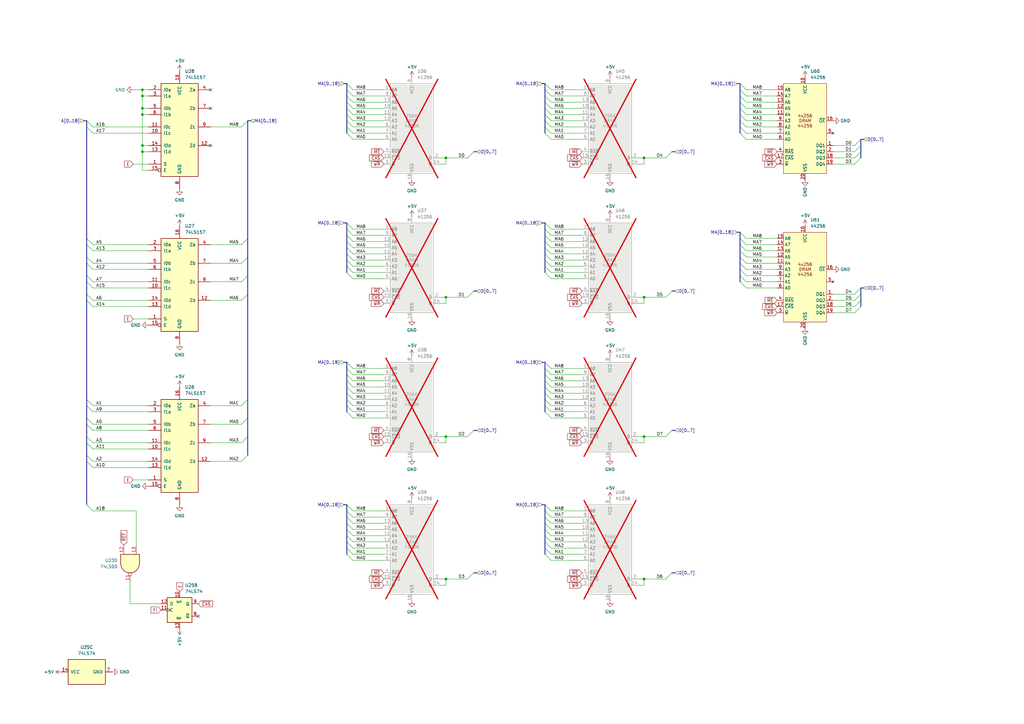
<source format=kicad_sch>
(kicad_sch (version 20231120) (generator "eeschema") (generator_version "8.0")
  (paper "A3")
  (junction (at 58.42 36.83))
  (junction (at 58.42 44.45))
  (junction (at 182.88 237.49))
  (junction (at 182.88 121.92))
  (junction (at 58.42 46.99))
  (junction (at 58.42 62.23))
  (junction (at 264.16 179.07))
  (junction (at 58.42 39.37))
  (junction (at 264.16 237.49))
  (junction (at 182.88 179.07))
  (junction (at 182.88 64.77))
  (junction (at 264.16 121.92))
  (junction (at 264.16 64.77))
  (junction (at 58.42 59.69))
  (no_connect (at 86.36 36.83))
  (no_connect (at 81.28 252.73))
  (no_connect (at 86.36 59.69))
  (no_connect (at 86.36 44.45))
  (bus_entry (at 144.78 109.22) (size -2.54 -2.54))
  (bus_entry (at 226.06 36.83) (size -2.54 -2.54))
  (bus_entry (at 226.06 106.68) (size -2.54 -2.54))
  (bus_entry (at 144.78 227.33) (size -2.54 -2.54))
  (bus_entry (at 144.78 46.99) (size -2.54 -2.54))
  (bus_entry (at 144.78 114.3) (size -2.54 -2.54))
  (bus_entry (at 273.05 64.77) (size 2.54 -2.54))
  (bus_entry (at 226.06 44.45) (size -2.54 -2.54))
  (bus_entry (at 144.78 36.83) (size -2.54 -2.54))
  (bus_entry (at 226.06 163.83) (size -2.54 -2.54))
  (bus_entry (at 99.06 181.61) (size 2.54 -2.54))
  (bus_entry (at 191.77 64.77) (size 2.54 -2.54))
  (bus_entry (at 144.78 52.07) (size -2.54 -2.54))
  (bus_entry (at 306.07 44.45) (size -2.54 -2.54))
  (bus_entry (at 144.78 168.91) (size -2.54 -2.54))
  (bus_entry (at 35.56 100.33) (size 2.54 2.54))
  (bus_entry (at 144.78 151.13) (size -2.54 -2.54))
  (bus_entry (at 144.78 222.25) (size -2.54 -2.54))
  (bus_entry (at 99.06 107.95) (size 2.54 -2.54))
  (bus_entry (at 226.06 171.45) (size -2.54 -2.54))
  (bus_entry (at 144.78 166.37) (size -2.54 -2.54))
  (bus_entry (at 144.78 54.61) (size -2.54 -2.54))
  (bus_entry (at 35.56 207.01) (size 2.54 2.54))
  (bus_entry (at 226.06 54.61) (size -2.54 -2.54))
  (bus_entry (at 306.07 113.03) (size -2.54 -2.54))
  (bus_entry (at 226.06 224.79) (size -2.54 -2.54))
  (bus_entry (at 226.06 222.25) (size -2.54 -2.54))
  (bus_entry (at 306.07 110.49) (size -2.54 -2.54))
  (bus_entry (at 273.05 121.92) (size 2.54 -2.54))
  (bus_entry (at 144.78 104.14) (size -2.54 -2.54))
  (bus_entry (at 306.07 115.57) (size -2.54 -2.54))
  (bus_entry (at 99.06 100.33) (size 2.54 -2.54))
  (bus_entry (at 99.06 189.23) (size 2.54 -2.54))
  (bus_entry (at 306.07 39.37) (size -2.54 -2.54))
  (bus_entry (at 350.52 120.65) (size 2.54 -2.54))
  (bus_entry (at 35.56 181.61) (size 2.54 2.54))
  (bus_entry (at 306.07 105.41) (size -2.54 -2.54))
  (bus_entry (at 35.56 173.99) (size 2.54 2.54))
  (bus_entry (at 226.06 104.14) (size -2.54 -2.54))
  (bus_entry (at 226.06 168.91) (size -2.54 -2.54))
  (bus_entry (at 226.06 209.55) (size -2.54 -2.54))
  (bus_entry (at 226.06 109.22) (size -2.54 -2.54))
  (bus_entry (at 144.78 161.29) (size -2.54 -2.54))
  (bus_entry (at 350.52 125.73) (size 2.54 -2.54))
  (bus_entry (at 191.77 121.92) (size 2.54 -2.54))
  (bus_entry (at 226.06 39.37) (size -2.54 -2.54))
  (bus_entry (at 226.06 96.52) (size -2.54 -2.54))
  (bus_entry (at 144.78 217.17) (size -2.54 -2.54))
  (bus_entry (at 226.06 46.99) (size -2.54 -2.54))
  (bus_entry (at 144.78 158.75) (size -2.54 -2.54))
  (bus_entry (at 306.07 97.79) (size -2.54 -2.54))
  (bus_entry (at 35.56 49.53) (size 2.54 2.54))
  (bus_entry (at 306.07 41.91) (size -2.54 -2.54))
  (bus_entry (at 350.52 128.27) (size 2.54 -2.54))
  (bus_entry (at 35.56 120.65) (size 2.54 2.54))
  (bus_entry (at 144.78 93.98) (size -2.54 -2.54))
  (bus_entry (at 144.78 106.68) (size -2.54 -2.54))
  (bus_entry (at 99.06 123.19) (size 2.54 -2.54))
  (bus_entry (at 144.78 163.83) (size -2.54 -2.54))
  (bus_entry (at 226.06 114.3) (size -2.54 -2.54))
  (bus_entry (at 226.06 219.71) (size -2.54 -2.54))
  (bus_entry (at 144.78 214.63) (size -2.54 -2.54))
  (bus_entry (at 144.78 219.71) (size -2.54 -2.54))
  (bus_entry (at 35.56 97.79) (size 2.54 2.54))
  (bus_entry (at 191.77 179.07) (size 2.54 -2.54))
  (bus_entry (at 226.06 99.06) (size -2.54 -2.54))
  (bus_entry (at 99.06 166.37) (size 2.54 -2.54))
  (bus_entry (at 306.07 52.07) (size -2.54 -2.54))
  (bus_entry (at 35.56 105.41) (size 2.54 2.54))
  (bus_entry (at 35.56 166.37) (size 2.54 2.54))
  (bus_entry (at 226.06 156.21) (size -2.54 -2.54))
  (bus_entry (at 226.06 111.76) (size -2.54 -2.54))
  (bus_entry (at 226.06 153.67) (size -2.54 -2.54))
  (bus_entry (at 35.56 163.83) (size 2.54 2.54))
  (bus_entry (at 99.06 173.99) (size 2.54 -2.54))
  (bus_entry (at 35.56 186.69) (size 2.54 2.54))
  (bus_entry (at 35.56 107.95) (size 2.54 2.54))
  (bus_entry (at 350.52 67.31) (size 2.54 -2.54))
  (bus_entry (at 306.07 107.95) (size -2.54 -2.54))
  (bus_entry (at 191.77 237.49) (size 2.54 -2.54))
  (bus_entry (at 144.78 209.55) (size -2.54 -2.54))
  (bus_entry (at 226.06 229.87) (size -2.54 -2.54))
  (bus_entry (at 35.56 189.23) (size 2.54 2.54))
  (bus_entry (at 306.07 57.15) (size -2.54 -2.54))
  (bus_entry (at 144.78 212.09) (size -2.54 -2.54))
  (bus_entry (at 99.06 52.07) (size 2.54 -2.54))
  (bus_entry (at 226.06 93.98) (size -2.54 -2.54))
  (bus_entry (at 144.78 156.21) (size -2.54 -2.54))
  (bus_entry (at 99.06 115.57) (size 2.54 -2.54))
  (bus_entry (at 226.06 57.15) (size -2.54 -2.54))
  (bus_entry (at 350.52 123.19) (size 2.54 -2.54))
  (bus_entry (at 350.52 64.77) (size 2.54 -2.54))
  (bus_entry (at 226.06 227.33) (size -2.54 -2.54))
  (bus_entry (at 144.78 224.79) (size -2.54 -2.54))
  (bus_entry (at 306.07 46.99) (size -2.54 -2.54))
  (bus_entry (at 35.56 171.45) (size 2.54 2.54))
  (bus_entry (at 350.52 62.23) (size 2.54 -2.54))
  (bus_entry (at 226.06 52.07) (size -2.54 -2.54))
  (bus_entry (at 144.78 41.91) (size -2.54 -2.54))
  (bus_entry (at 306.07 118.11) (size -2.54 -2.54))
  (bus_entry (at 144.78 39.37) (size -2.54 -2.54))
  (bus_entry (at 226.06 212.09) (size -2.54 -2.54))
  (bus_entry (at 273.05 179.07) (size 2.54 -2.54))
  (bus_entry (at 226.06 217.17) (size -2.54 -2.54))
  (bus_entry (at 350.52 59.69) (size 2.54 -2.54))
  (bus_entry (at 35.56 179.07) (size 2.54 2.54))
  (bus_entry (at 35.56 123.19) (size 2.54 2.54))
  (bus_entry (at 144.78 229.87) (size -2.54 -2.54))
  (bus_entry (at 226.06 161.29) (size -2.54 -2.54))
  (bus_entry (at 35.56 52.07) (size 2.54 2.54))
  (bus_entry (at 226.06 214.63) (size -2.54 -2.54))
  (bus_entry (at 144.78 57.15) (size -2.54 -2.54))
  (bus_entry (at 226.06 151.13) (size -2.54 -2.54))
  (bus_entry (at 226.06 158.75) (size -2.54 -2.54))
  (bus_entry (at 35.56 113.03) (size 2.54 2.54))
  (bus_entry (at 35.56 115.57) (size 2.54 2.54))
  (bus_entry (at 144.78 49.53) (size -2.54 -2.54))
  (bus_entry (at 144.78 153.67) (size -2.54 -2.54))
  (bus_entry (at 306.07 54.61) (size -2.54 -2.54))
  (bus_entry (at 226.06 166.37) (size -2.54 -2.54))
  (bus_entry (at 226.06 41.91) (size -2.54 -2.54))
  (bus_entry (at 306.07 36.83) (size -2.54 -2.54))
  (bus_entry (at 144.78 99.06) (size -2.54 -2.54))
  (bus_entry (at 144.78 111.76) (size -2.54 -2.54))
  (bus_entry (at 144.78 101.6) (size -2.54 -2.54))
  (bus_entry (at 144.78 96.52) (size -2.54 -2.54))
  (bus_entry (at 144.78 44.45) (size -2.54 -2.54))
  (bus_entry (at 144.78 171.45) (size -2.54 -2.54))
  (bus_entry (at 306.07 102.87) (size -2.54 -2.54))
  (bus_entry (at 306.07 49.53) (size -2.54 -2.54))
  (bus_entry (at 273.05 237.49) (size 2.54 -2.54))
  (bus_entry (at 226.06 49.53) (size -2.54 -2.54))
  (bus_entry (at 306.07 100.33) (size -2.54 -2.54))
  (bus_entry (at 226.06 101.6) (size -2.54 -2.54))
  (wire (pts (xy 261.62 121.92) (xy 264.16 121.92)))
  (bus (pts (xy 35.56 120.65) (xy 35.56 123.19)))
  (wire (pts (xy 318.77 39.37) (xy 306.07 39.37)))
  (wire (pts (xy 86.36 52.07) (xy 99.06 52.07)))
  (wire (pts (xy 238.76 41.91) (xy 226.06 41.91)))
  (wire (pts (xy 60.96 69.85) (xy 58.42 69.85)))
  (bus (pts (xy 142.24 104.14) (xy 142.24 106.68)))
  (bus (pts (xy 35.56 123.19) (xy 35.56 163.83)))
  (wire (pts (xy 264.16 67.31) (xy 264.16 64.77)))
  (bus (pts (xy 142.24 209.55) (xy 142.24 212.09)))
  (wire (pts (xy 58.42 44.45) (xy 58.42 39.37)))
  (wire (pts (xy 182.88 179.07) (xy 191.77 179.07)))
  (wire (pts (xy 58.42 46.99) (xy 60.96 46.99)))
  (bus (pts (xy 303.53 49.53) (xy 303.53 52.07)))
  (wire (pts (xy 318.77 102.87) (xy 306.07 102.87)))
  (bus (pts (xy 142.24 91.44) (xy 142.24 93.98)))
  (bus (pts (xy 353.06 123.19) (xy 353.06 125.73)))
  (wire (pts (xy 157.48 57.15) (xy 144.78 57.15)))
  (wire (pts (xy 38.1 100.33) (xy 60.96 100.33)))
  (wire (pts (xy 157.48 111.76) (xy 144.78 111.76)))
  (wire (pts (xy 341.63 120.65) (xy 350.52 120.65)))
  (bus (pts (xy 142.24 39.37) (xy 142.24 41.91)))
  (bus (pts (xy 303.53 39.37) (xy 303.53 41.91)))
  (wire (pts (xy 318.77 110.49) (xy 306.07 110.49)))
  (wire (pts (xy 157.48 93.98) (xy 144.78 93.98)))
  (bus (pts (xy 223.52 151.13) (xy 223.52 153.67)))
  (bus (pts (xy 142.24 101.6) (xy 142.24 104.14)))
  (wire (pts (xy 341.63 59.69) (xy 350.52 59.69)))
  (wire (pts (xy 38.1 191.77) (xy 60.96 191.77)))
  (bus (pts (xy 303.53 100.33) (xy 303.53 102.87)))
  (wire (pts (xy 318.77 52.07) (xy 306.07 52.07)))
  (wire (pts (xy 157.48 163.83) (xy 144.78 163.83)))
  (bus (pts (xy 222.25 207.01) (xy 223.52 207.01)))
  (wire (pts (xy 238.76 214.63) (xy 226.06 214.63)))
  (wire (pts (xy 238.76 46.99) (xy 226.06 46.99)))
  (bus (pts (xy 223.52 214.63) (xy 223.52 217.17)))
  (wire (pts (xy 238.76 106.68) (xy 226.06 106.68)))
  (bus (pts (xy 35.56 115.57) (xy 35.56 120.65)))
  (bus (pts (xy 35.56 181.61) (xy 35.56 186.69)))
  (wire (pts (xy 157.48 44.45) (xy 144.78 44.45)))
  (wire (pts (xy 54.61 196.85) (xy 60.96 196.85)))
  (bus (pts (xy 35.56 105.41) (xy 35.56 107.95)))
  (wire (pts (xy 238.76 217.17) (xy 226.06 217.17)))
  (bus (pts (xy 353.06 57.15) (xy 354.33 57.15)))
  (wire (pts (xy 157.48 217.17) (xy 144.78 217.17)))
  (bus (pts (xy 35.56 113.03) (xy 35.56 115.57)))
  (bus (pts (xy 101.6 113.03) (xy 101.6 120.65)))
  (bus (pts (xy 303.53 34.29) (xy 303.53 36.83)))
  (wire (pts (xy 238.76 57.15) (xy 226.06 57.15)))
  (bus (pts (xy 223.52 96.52) (xy 223.52 99.06)))
  (wire (pts (xy 157.48 101.6) (xy 144.78 101.6)))
  (wire (pts (xy 318.77 36.83) (xy 306.07 36.83)))
  (wire (pts (xy 38.1 209.55) (xy 55.88 209.55)))
  (bus (pts (xy 142.24 207.01) (xy 142.24 209.55)))
  (wire (pts (xy 86.36 173.99) (xy 99.06 173.99)))
  (wire (pts (xy 238.76 44.45) (xy 226.06 44.45)))
  (wire (pts (xy 180.34 179.07) (xy 182.88 179.07)))
  (wire (pts (xy 261.62 179.07) (xy 264.16 179.07)))
  (bus (pts (xy 223.52 109.22) (xy 223.52 111.76)))
  (wire (pts (xy 55.88 209.55) (xy 55.88 223.52)))
  (bus (pts (xy 303.53 41.91) (xy 303.53 44.45)))
  (wire (pts (xy 58.42 59.69) (xy 60.96 59.69)))
  (bus (pts (xy 223.52 46.99) (xy 223.52 49.53)))
  (bus (pts (xy 142.24 44.45) (xy 142.24 46.99)))
  (bus (pts (xy 101.6 171.45) (xy 101.6 179.07)))
  (wire (pts (xy 157.48 151.13) (xy 144.78 151.13)))
  (bus (pts (xy 194.31 119.38) (xy 195.58 119.38)))
  (wire (pts (xy 238.76 168.91) (xy 226.06 168.91)))
  (wire (pts (xy 38.1 176.53) (xy 60.96 176.53)))
  (wire (pts (xy 58.42 39.37) (xy 60.96 39.37)))
  (bus (pts (xy 35.56 186.69) (xy 35.56 189.23)))
  (wire (pts (xy 86.36 166.37) (xy 99.06 166.37)))
  (wire (pts (xy 38.1 125.73) (xy 60.96 125.73)))
  (wire (pts (xy 341.63 123.19) (xy 350.52 123.19)))
  (wire (pts (xy 182.88 124.46) (xy 182.88 121.92)))
  (wire (pts (xy 318.77 49.53) (xy 306.07 49.53)))
  (wire (pts (xy 318.77 97.79) (xy 306.07 97.79)))
  (bus (pts (xy 35.56 49.53) (xy 35.56 52.07)))
  (wire (pts (xy 38.1 168.91) (xy 60.96 168.91)))
  (bus (pts (xy 223.52 217.17) (xy 223.52 219.71)))
  (wire (pts (xy 38.1 102.87) (xy 60.96 102.87)))
  (wire (pts (xy 182.88 237.49) (xy 191.77 237.49)))
  (bus (pts (xy 223.52 99.06) (xy 223.52 101.6)))
  (wire (pts (xy 261.62 181.61) (xy 264.16 181.61)))
  (wire (pts (xy 58.42 62.23) (xy 58.42 59.69)))
  (wire (pts (xy 54.61 130.81) (xy 60.96 130.81)))
  (bus (pts (xy 223.52 166.37) (xy 223.52 168.91)))
  (wire (pts (xy 157.48 229.87) (xy 144.78 229.87)))
  (bus (pts (xy 101.6 179.07) (xy 101.6 186.69)))
  (wire (pts (xy 238.76 166.37) (xy 226.06 166.37)))
  (wire (pts (xy 86.36 115.57) (xy 99.06 115.57)))
  (bus (pts (xy 353.06 57.15) (xy 353.06 59.69)))
  (bus (pts (xy 35.56 179.07) (xy 35.56 181.61)))
  (bus (pts (xy 142.24 52.07) (xy 142.24 54.61)))
  (wire (pts (xy 180.34 121.92) (xy 182.88 121.92)))
  (wire (pts (xy 157.48 161.29) (xy 144.78 161.29)))
  (wire (pts (xy 182.88 181.61) (xy 182.88 179.07)))
  (bus (pts (xy 142.24 163.83) (xy 142.24 166.37)))
  (bus (pts (xy 142.24 217.17) (xy 142.24 219.71)))
  (bus (pts (xy 223.52 209.55) (xy 223.52 212.09)))
  (bus (pts (xy 223.52 153.67) (xy 223.52 156.21)))
  (wire (pts (xy 180.34 64.77) (xy 182.88 64.77)))
  (bus (pts (xy 353.06 62.23) (xy 353.06 64.77)))
  (wire (pts (xy 238.76 161.29) (xy 226.06 161.29)))
  (wire (pts (xy 58.42 36.83) (xy 60.96 36.83)))
  (bus (pts (xy 142.24 166.37) (xy 142.24 168.91)))
  (wire (pts (xy 238.76 229.87) (xy 226.06 229.87)))
  (bus (pts (xy 101.6 105.41) (xy 101.6 113.03)))
  (bus (pts (xy 275.59 62.23) (xy 276.86 62.23)))
  (wire (pts (xy 38.1 173.99) (xy 60.96 173.99)))
  (wire (pts (xy 261.62 67.31) (xy 264.16 67.31)))
  (wire (pts (xy 238.76 151.13) (xy 226.06 151.13)))
  (bus (pts (xy 303.53 107.95) (xy 303.53 110.49)))
  (bus (pts (xy 194.31 234.95) (xy 195.58 234.95)))
  (bus (pts (xy 140.97 91.44) (xy 142.24 91.44)))
  (bus (pts (xy 194.31 176.53) (xy 195.58 176.53)))
  (wire (pts (xy 238.76 227.33) (xy 226.06 227.33)))
  (wire (pts (xy 264.16 181.61) (xy 264.16 179.07)))
  (wire (pts (xy 341.63 67.31) (xy 350.52 67.31)))
  (wire (pts (xy 238.76 156.21) (xy 226.06 156.21)))
  (wire (pts (xy 157.48 166.37) (xy 144.78 166.37)))
  (wire (pts (xy 264.16 121.92) (xy 273.05 121.92)))
  (wire (pts (xy 238.76 163.83) (xy 226.06 163.83)))
  (bus (pts (xy 223.52 148.59) (xy 223.52 151.13)))
  (bus (pts (xy 275.59 119.38) (xy 276.86 119.38)))
  (bus (pts (xy 223.52 52.07) (xy 223.52 54.61)))
  (wire (pts (xy 180.34 181.61) (xy 182.88 181.61)))
  (wire (pts (xy 157.48 224.79) (xy 144.78 224.79)))
  (wire (pts (xy 238.76 153.67) (xy 226.06 153.67)))
  (bus (pts (xy 303.53 95.25) (xy 303.53 97.79)))
  (bus (pts (xy 142.24 214.63) (xy 142.24 217.17)))
  (wire (pts (xy 238.76 49.53) (xy 226.06 49.53)))
  (wire (pts (xy 157.48 36.83) (xy 144.78 36.83)))
  (bus (pts (xy 303.53 97.79) (xy 303.53 100.33)))
  (bus (pts (xy 222.25 34.29) (xy 223.52 34.29)))
  (bus (pts (xy 223.52 49.53) (xy 223.52 52.07)))
  (bus (pts (xy 303.53 44.45) (xy 303.53 46.99)))
  (wire (pts (xy 261.62 237.49) (xy 264.16 237.49)))
  (bus (pts (xy 142.24 36.83) (xy 142.24 39.37)))
  (bus (pts (xy 303.53 105.41) (xy 303.53 107.95)))
  (bus (pts (xy 35.56 163.83) (xy 35.56 166.37)))
  (bus (pts (xy 140.97 148.59) (xy 142.24 148.59)))
  (bus (pts (xy 35.56 171.45) (xy 35.56 173.99)))
  (bus (pts (xy 223.52 106.68) (xy 223.52 109.22)))
  (bus (pts (xy 303.53 110.49) (xy 303.53 113.03)))
  (wire (pts (xy 341.63 125.73) (xy 350.52 125.73)))
  (wire (pts (xy 86.36 100.33) (xy 99.06 100.33)))
  (bus (pts (xy 223.52 158.75) (xy 223.52 161.29)))
  (wire (pts (xy 238.76 36.83) (xy 226.06 36.83)))
  (wire (pts (xy 238.76 39.37) (xy 226.06 39.37)))
  (bus (pts (xy 302.26 34.29) (xy 303.53 34.29)))
  (wire (pts (xy 58.42 62.23) (xy 60.96 62.23)))
  (wire (pts (xy 318.77 41.91) (xy 306.07 41.91)))
  (wire (pts (xy 38.1 110.49) (xy 60.96 110.49)))
  (wire (pts (xy 157.48 114.3) (xy 144.78 114.3)))
  (wire (pts (xy 157.48 106.68) (xy 144.78 106.68)))
  (bus (pts (xy 223.52 93.98) (xy 223.52 96.52)))
  (wire (pts (xy 180.34 237.49) (xy 182.88 237.49)))
  (bus (pts (xy 303.53 46.99) (xy 303.53 49.53)))
  (wire (pts (xy 180.34 124.46) (xy 182.88 124.46)))
  (wire (pts (xy 157.48 158.75) (xy 144.78 158.75)))
  (bus (pts (xy 101.6 120.65) (xy 101.6 163.83)))
  (bus (pts (xy 275.59 176.53) (xy 276.86 176.53)))
  (bus (pts (xy 142.24 49.53) (xy 142.24 52.07)))
  (wire (pts (xy 238.76 96.52) (xy 226.06 96.52)))
  (bus (pts (xy 35.56 97.79) (xy 35.56 100.33)))
  (wire (pts (xy 238.76 109.22) (xy 226.06 109.22)))
  (wire (pts (xy 86.36 189.23) (xy 99.06 189.23)))
  (bus (pts (xy 142.24 161.29) (xy 142.24 163.83)))
  (wire (pts (xy 54.61 36.83) (xy 58.42 36.83)))
  (bus (pts (xy 35.56 52.07) (xy 35.56 97.79)))
  (wire (pts (xy 157.48 212.09) (xy 144.78 212.09)))
  (bus (pts (xy 303.53 113.03) (xy 303.53 115.57)))
  (bus (pts (xy 142.24 153.67) (xy 142.24 156.21)))
  (wire (pts (xy 238.76 209.55) (xy 226.06 209.55)))
  (bus (pts (xy 140.97 34.29) (xy 142.24 34.29)))
  (wire (pts (xy 318.77 105.41) (xy 306.07 105.41)))
  (bus (pts (xy 223.52 161.29) (xy 223.52 163.83)))
  (wire (pts (xy 182.88 240.03) (xy 182.88 237.49)))
  (bus (pts (xy 223.52 163.83) (xy 223.52 166.37)))
  (wire (pts (xy 264.16 240.03) (xy 264.16 237.49)))
  (wire (pts (xy 238.76 101.6) (xy 226.06 101.6)))
  (bus (pts (xy 194.31 62.23) (xy 195.58 62.23)))
  (wire (pts (xy 157.48 39.37) (xy 144.78 39.37)))
  (bus (pts (xy 142.24 46.99) (xy 142.24 49.53)))
  (wire (pts (xy 318.77 107.95) (xy 306.07 107.95)))
  (wire (pts (xy 86.36 107.95) (xy 99.06 107.95)))
  (wire (pts (xy 157.48 227.33) (xy 144.78 227.33)))
  (wire (pts (xy 157.48 49.53) (xy 144.78 49.53)))
  (wire (pts (xy 261.62 64.77) (xy 264.16 64.77)))
  (bus (pts (xy 353.06 118.11) (xy 354.33 118.11)))
  (wire (pts (xy 182.88 121.92) (xy 191.77 121.92)))
  (bus (pts (xy 101.6 49.53) (xy 101.6 97.79)))
  (bus (pts (xy 142.24 222.25) (xy 142.24 224.79)))
  (wire (pts (xy 38.1 52.07) (xy 60.96 52.07)))
  (wire (pts (xy 318.77 44.45) (xy 306.07 44.45)))
  (wire (pts (xy 58.42 39.37) (xy 58.42 36.83)))
  (wire (pts (xy 238.76 99.06) (xy 226.06 99.06)))
  (wire (pts (xy 58.42 59.69) (xy 58.42 46.99)))
  (wire (pts (xy 157.48 156.21) (xy 144.78 156.21)))
  (wire (pts (xy 238.76 54.61) (xy 226.06 54.61)))
  (wire (pts (xy 157.48 46.99) (xy 144.78 46.99)))
  (bus (pts (xy 102.87 49.53) (xy 101.6 49.53)))
  (wire (pts (xy 264.16 64.77) (xy 273.05 64.77)))
  (wire (pts (xy 238.76 114.3) (xy 226.06 114.3)))
  (wire (pts (xy 86.36 181.61) (xy 99.06 181.61)))
  (bus (pts (xy 35.56 100.33) (xy 35.56 105.41)))
  (bus (pts (xy 140.97 207.01) (xy 142.24 207.01)))
  (bus (pts (xy 223.52 101.6) (xy 223.52 104.14)))
  (wire (pts (xy 318.77 57.15) (xy 306.07 57.15)))
  (wire (pts (xy 157.48 52.07) (xy 144.78 52.07)))
  (bus (pts (xy 353.06 59.69) (xy 353.06 62.23)))
  (bus (pts (xy 303.53 36.83) (xy 303.53 39.37)))
  (bus (pts (xy 142.24 212.09) (xy 142.24 214.63)))
  (bus (pts (xy 223.52 104.14) (xy 223.52 106.68)))
  (bus (pts (xy 35.56 189.23) (xy 35.56 207.01)))
  (wire (pts (xy 157.48 104.14) (xy 144.78 104.14)))
  (wire (pts (xy 38.1 123.19) (xy 60.96 123.19)))
  (wire (pts (xy 238.76 224.79) (xy 226.06 224.79)))
  (bus (pts (xy 303.53 52.07) (xy 303.53 54.61)))
  (wire (pts (xy 38.1 184.15) (xy 60.96 184.15)))
  (wire (pts (xy 38.1 115.57) (xy 60.96 115.57)))
  (wire (pts (xy 157.48 209.55) (xy 144.78 209.55)))
  (bus (pts (xy 142.24 99.06) (xy 142.24 101.6)))
  (wire (pts (xy 58.42 69.85) (xy 58.42 62.23)))
  (wire (pts (xy 157.48 54.61) (xy 144.78 54.61)))
  (wire (pts (xy 86.36 123.19) (xy 99.06 123.19)))
  (bus (pts (xy 302.26 95.25) (xy 303.53 95.25)))
  (wire (pts (xy 58.42 44.45) (xy 60.96 44.45)))
  (bus (pts (xy 303.53 102.87) (xy 303.53 105.41)))
  (wire (pts (xy 38.1 166.37) (xy 60.96 166.37)))
  (wire (pts (xy 238.76 212.09) (xy 226.06 212.09)))
  (wire (pts (xy 238.76 93.98) (xy 226.06 93.98)))
  (wire (pts (xy 261.62 240.03) (xy 264.16 240.03)))
  (bus (pts (xy 353.06 118.11) (xy 353.06 120.65)))
  (wire (pts (xy 318.77 115.57) (xy 306.07 115.57)))
  (wire (pts (xy 157.48 109.22) (xy 144.78 109.22)))
  (bus (pts (xy 223.52 224.79) (xy 223.52 227.33)))
  (bus (pts (xy 223.52 91.44) (xy 223.52 93.98)))
  (wire (pts (xy 157.48 219.71) (xy 144.78 219.71)))
  (bus (pts (xy 223.52 219.71) (xy 223.52 222.25)))
  (wire (pts (xy 341.63 64.77) (xy 350.52 64.77)))
  (wire (pts (xy 180.34 67.31) (xy 182.88 67.31)))
  (wire (pts (xy 157.48 96.52) (xy 144.78 96.52)))
  (wire (pts (xy 180.34 240.03) (xy 182.88 240.03)))
  (wire (pts (xy 318.77 118.11) (xy 306.07 118.11)))
  (bus (pts (xy 353.06 120.65) (xy 353.06 123.19)))
  (bus (pts (xy 275.59 234.95) (xy 276.86 234.95)))
  (wire (pts (xy 264.16 179.07) (xy 273.05 179.07)))
  (wire (pts (xy 38.1 181.61) (xy 60.96 181.61)))
  (wire (pts (xy 54.61 67.31) (xy 60.96 67.31)))
  (wire (pts (xy 157.48 214.63) (xy 144.78 214.63)))
  (bus (pts (xy 142.24 41.91) (xy 142.24 44.45)))
  (bus (pts (xy 222.25 91.44) (xy 223.52 91.44)))
  (bus (pts (xy 34.29 49.53) (xy 35.56 49.53)))
  (wire (pts (xy 238.76 222.25) (xy 226.06 222.25)))
  (wire (pts (xy 238.76 52.07) (xy 226.06 52.07)))
  (bus (pts (xy 223.52 222.25) (xy 223.52 224.79)))
  (wire (pts (xy 318.77 54.61) (xy 306.07 54.61)))
  (wire (pts (xy 182.88 67.31) (xy 182.88 64.77)))
  (wire (pts (xy 58.42 46.99) (xy 58.42 44.45)))
  (wire (pts (xy 182.88 64.77) (xy 191.77 64.77)))
  (bus (pts (xy 142.24 93.98) (xy 142.24 96.52)))
  (wire (pts (xy 38.1 189.23) (xy 60.96 189.23)))
  (bus (pts (xy 223.52 34.29) (xy 223.52 36.83)))
  (bus (pts (xy 142.24 158.75) (xy 142.24 161.29)))
  (bus (pts (xy 142.24 156.21) (xy 142.24 158.75)))
  (bus (pts (xy 142.24 96.52) (xy 142.24 99.06)))
  (wire (pts (xy 38.1 54.61) (xy 60.96 54.61)))
  (bus (pts (xy 223.52 212.09) (xy 223.52 214.63)))
  (wire (pts (xy 238.76 171.45) (xy 226.06 171.45)))
  (bus (pts (xy 142.24 224.79) (xy 142.24 227.33)))
  (wire (pts (xy 264.16 237.49) (xy 273.05 237.49)))
  (wire (pts (xy 318.77 100.33) (xy 306.07 100.33)))
  (wire (pts (xy 238.76 111.76) (xy 226.06 111.76)))
  (wire (pts (xy 261.62 124.46) (xy 264.16 124.46)))
  (wire (pts (xy 157.48 153.67) (xy 144.78 153.67)))
  (bus (pts (xy 142.24 148.59) (xy 142.24 151.13)))
  (wire (pts (xy 157.48 41.91) (xy 144.78 41.91)))
  (bus (pts (xy 142.24 34.29) (xy 142.24 36.83)))
  (bus (pts (xy 142.24 151.13) (xy 142.24 153.67)))
  (wire (pts (xy 318.77 46.99) (xy 306.07 46.99)))
  (wire (pts (xy 341.63 128.27) (xy 350.52 128.27)))
  (wire (pts (xy 238.76 219.71) (xy 226.06 219.71)))
  (bus (pts (xy 223.52 44.45) (xy 223.52 46.99)))
  (wire (pts (xy 341.63 62.23) (xy 350.52 62.23)))
  (bus (pts (xy 222.25 148.59) (xy 223.52 148.59)))
  (wire (pts (xy 38.1 107.95) (xy 60.96 107.95)))
  (bus (pts (xy 101.6 97.79) (xy 101.6 105.41)))
  (bus (pts (xy 35.56 173.99) (xy 35.56 179.07)))
  (bus (pts (xy 142.24 109.22) (xy 142.24 111.76)))
  (bus (pts (xy 35.56 107.95) (xy 35.56 113.03)))
  (wire (pts (xy 157.48 222.25) (xy 144.78 222.25)))
  (wire (pts (xy 53.34 247.65) (xy 66.04 247.65)))
  (wire (pts (xy 157.48 168.91) (xy 144.78 168.91)))
  (wire (pts (xy 157.48 171.45) (xy 144.78 171.45)))
  (wire (pts (xy 38.1 118.11) (xy 60.96 118.11)))
  (wire (pts (xy 318.77 113.03) (xy 306.07 113.03)))
  (bus (pts (xy 223.52 156.21) (xy 223.52 158.75)))
  (bus (pts (xy 223.52 207.01) (xy 223.52 209.55)))
  (bus (pts (xy 223.52 41.91) (xy 223.52 44.45)))
  (wire (pts (xy 53.34 238.76) (xy 53.34 247.65)))
  (bus (pts (xy 223.52 36.83) (xy 223.52 39.37)))
  (bus (pts (xy 223.52 39.37) (xy 223.52 41.91)))
  (wire (pts (xy 238.76 158.75) (xy 226.06 158.75)))
  (wire (pts (xy 238.76 104.14) (xy 226.06 104.14)))
  (bus (pts (xy 101.6 163.83) (xy 101.6 171.45)))
  (wire (pts (xy 157.48 99.06) (xy 144.78 99.06)))
  (bus (pts (xy 142.24 219.71) (xy 142.24 222.25)))
  (bus (pts (xy 35.56 166.37) (xy 35.56 171.45)))
  (bus (pts (xy 142.24 106.68) (xy 142.24 109.22)))
  (wire (pts (xy 264.16 124.46) (xy 264.16 121.92)))
  (label "A12" (at 39.37 110.49 0))
  (label "MA6" (at 227.33 156.21 0))
  (label "MA4" (at 146.05 104.14 0))
  (label "MA6" (at 227.33 214.63 0))
  (label "MA2" (at 227.33 224.79 0))
  (label "MA6" (at 93.98 123.19 0))
  (label "MA0" (at 146.05 171.45 0))
  (label "D7" (at 346.71 128.27 0))
  (label "MA3" (at 93.98 181.61 0))
  (label "MA7" (at 93.98 115.57 0))
  (label "MA1" (at 227.33 227.33 0))
  (label "MA0" (at 146.05 229.87 0))
  (label "MA7" (at 227.33 39.37 0))
  (label "MA3" (at 146.05 222.25 0))
  (label "MA6" (at 146.05 156.21 0))
  (label "MA3" (at 308.61 49.53 0))
  (label "D3" (at 187.96 237.49 0))
  (label "D1" (at 187.96 121.92 0))
  (label "MA3" (at 227.33 106.68 0))
  (label "D1" (at 346.71 62.23 0))
  (label "MA4" (at 227.33 219.71 0))
  (label "MA8" (at 146.05 93.98 0))
  (label "A11" (at 39.37 184.15 0))
  (label "MA1" (at 227.33 168.91 0))
  (label "MA2" (at 93.98 189.23 0))
  (label "A16" (at 39.37 52.07 0))
  (label "D4" (at 346.71 120.65 0))
  (label "MA6" (at 308.61 102.87 0))
  (label "A3" (at 39.37 181.61 0))
  (label "MA2" (at 227.33 109.22 0))
  (label "MA5" (at 227.33 158.75 0))
  (label "MA6" (at 227.33 41.91 0))
  (label "MA5" (at 93.98 100.33 0))
  (label "MA7" (at 227.33 212.09 0))
  (label "MA6" (at 227.33 99.06 0))
  (label "MA7" (at 146.05 153.67 0))
  (label "D3" (at 346.71 67.31 0))
  (label "MA3" (at 227.33 49.53 0))
  (label "MA4" (at 146.05 46.99 0))
  (label "A13" (at 39.37 102.87 0))
  (label "MA4" (at 146.05 161.29 0))
  (label "D4" (at 269.24 64.77 0))
  (label "MA0" (at 227.33 229.87 0))
  (label "MA2" (at 146.05 166.37 0))
  (label "MA8" (at 308.61 97.79 0))
  (label "MA7" (at 308.61 39.37 0))
  (label "MA7" (at 146.05 96.52 0))
  (label "MA8" (at 146.05 151.13 0))
  (label "MA3" (at 227.33 163.83 0))
  (label "MA5" (at 227.33 44.45 0))
  (label "MA1" (at 308.61 54.61 0))
  (label "D6" (at 346.71 125.73 0))
  (label "MA2" (at 227.33 52.07 0))
  (label "MA5" (at 146.05 158.75 0))
  (label "MA8" (at 227.33 151.13 0))
  (label "MA8" (at 93.98 52.07 0))
  (label "D2" (at 346.71 64.77 0))
  (label "D7" (at 269.24 179.07 0))
  (label "MA6" (at 308.61 41.91 0))
  (label "MA5" (at 146.05 44.45 0))
  (label "MA0" (at 146.05 114.3 0))
  (label "MA1" (at 227.33 111.76 0))
  (label "A18" (at 39.37 209.55 0))
  (label "MA4" (at 93.98 107.95 0))
  (label "MA3" (at 146.05 106.68 0))
  (label "D5" (at 269.24 121.92 0))
  (label "MA6" (at 146.05 99.06 0))
  (label "MA2" (at 308.61 52.07 0))
  (label "D5" (at 346.71 123.19 0))
  (label "MA0" (at 146.05 57.15 0))
  (label "MA1" (at 227.33 54.61 0))
  (label "MA1" (at 146.05 111.76 0))
  (label "MA0" (at 308.61 57.15 0))
  (label "MA7" (at 146.05 212.09 0))
  (label "MA3" (at 146.05 49.53 0))
  (label "MA4" (at 308.61 46.99 0))
  (label "MA4" (at 308.61 107.95 0))
  (label "MA4" (at 146.05 219.71 0))
  (label "A8" (at 39.37 176.53 0))
  (label "A5" (at 39.37 100.33 0))
  (label "MA7" (at 146.05 39.37 0))
  (label "MA3" (at 308.61 110.49 0))
  (label "A1" (at 39.37 166.37 0))
  (label "MA7" (at 227.33 153.67 0))
  (label "MA5" (at 146.05 101.6 0))
  (label "MA2" (at 146.05 224.79 0))
  (label "MA0" (at 93.98 173.99 0))
  (label "A17" (at 39.37 54.61 0))
  (label "A14" (at 39.37 125.73 0))
  (label "A4" (at 39.37 107.95 0))
  (label "MA8" (at 227.33 93.98 0))
  (label "A15" (at 39.37 118.11 0))
  (label "MA5" (at 146.05 217.17 0))
  (label "MA4" (at 227.33 104.14 0))
  (label "A6" (at 39.37 123.19 0))
  (label "MA0" (at 308.61 118.11 0))
  (label "MA5" (at 308.61 105.41 0))
  (label "D0" (at 346.71 59.69 0))
  (label "MA1" (at 308.61 115.57 0))
  (label "MA6" (at 146.05 214.63 0))
  (label "MA2" (at 146.05 109.22 0))
  (label "MA5" (at 227.33 217.17 0))
  (label "D2" (at 187.96 179.07 0))
  (label "MA2" (at 227.33 166.37 0))
  (label "MA5" (at 308.61 44.45 0))
  (label "D0" (at 187.96 64.77 0))
  (label "MA4" (at 227.33 161.29 0))
  (label "A2" (at 39.37 189.23 0))
  (label "MA1" (at 146.05 227.33 0))
  (label "MA8" (at 146.05 36.83 0))
  (label "MA3" (at 146.05 163.83 0))
  (label "MA1" (at 93.98 166.37 0))
  (label "MA8" (at 227.33 209.55 0))
  (label "MA7" (at 308.61 100.33 0))
  (label "MA0" (at 227.33 171.45 0))
  (label "MA1" (at 146.05 168.91 0))
  (label "MA6" (at 146.05 41.91 0))
  (label "MA0" (at 227.33 57.15 0))
  (label "MA4" (at 227.33 46.99 0))
  (label "A0" (at 39.37 173.99 0))
  (label "MA2" (at 308.61 113.03 0))
  (label "MA3" (at 227.33 222.25 0))
  (label "MA1" (at 146.05 54.61 0))
  (label "A10" (at 39.37 191.77 0))
  (label "A9" (at 39.37 168.91 0))
  (label "MA8" (at 308.61 36.83 0))
  (label "MA8" (at 146.05 209.55 0))
  (label "MA8" (at 227.33 36.83 0))
  (label "MA5" (at 227.33 101.6 0))
  (label "D6" (at 269.24 237.49 0))
  (label "A7" (at 39.37 115.57 0))
  (label "MA2" (at 146.05 52.07 0))
  (label "MA7" (at 227.33 96.52 0))
  (label "MA0" (at 227.33 114.3 0))
  (global_label "~{WR}" (shape input) (at 238.76 181.61 180) (property "Intersheetrefs" "${INTERSHEET_REFS}" (effects (hide yes))))
  (global_label "~{CAS}" (shape input) (at 238.76 179.07 180) (property "Intersheetrefs" "${INTERSHEET_REFS}" (effects (hide yes))))
  (global_label "~{CAS}" (shape input) (at 157.48 121.92 180) (property "Intersheetrefs" "${INTERSHEET_REFS}" (effects (hide yes))))
  (global_label "~{ME}" (shape input) (at 157.48 119.38 180) (property "Intersheetrefs" "${INTERSHEET_REFS}" (effects (hide yes))))
  (global_label "~{ME}" (shape input) (at 157.48 62.23 180) (property "Intersheetrefs" "${INTERSHEET_REFS}" (effects (hide yes))))
  (global_label "~{CAS}" (shape input) (at 81.28 247.65 0) (property "Intersheetrefs" "${INTERSHEET_REFS}" (effects (hide yes))))
  (global_label "~{ME}" (shape input) (at 157.48 176.53 180) (property "Intersheetrefs" "${INTERSHEET_REFS}" (effects (hide yes))))
  (global_label "~{WR}" (shape input) (at 238.76 67.31 180) (property "Intersheetrefs" "${INTERSHEET_REFS}" (effects (hide yes))))
  (global_label "~{CAS}" (shape input) (at 157.48 237.49 180) (property "Intersheetrefs" "${INTERSHEET_REFS}" (effects (hide yes))))
  (global_label "~{ME}" (shape input) (at 318.77 62.23 180) (property "Intersheetrefs" "${INTERSHEET_REFS}" (effects (hide yes))))
  (global_label "~{ME}" (shape input) (at 318.77 123.19 180) (property "Intersheetrefs" "${INTERSHEET_REFS}" (effects (hide yes))))
  (global_label "FI" (shape input) (at 66.04 250.19 180) (property "Intersheetrefs" "${INTERSHEET_REFS}" (effects (hide yes))))
  (global_label "~{WR}" (shape input) (at 157.48 240.03 180) (property "Intersheetrefs" "${INTERSHEET_REFS}" (effects (hide yes))))
  (global_label "~{CAS}" (shape input) (at 157.48 179.07 180) (property "Intersheetrefs" "${INTERSHEET_REFS}" (effects (hide yes))))
  (global_label "~{ME}" (shape input) (at 157.48 234.95 180) (property "Intersheetrefs" "${INTERSHEET_REFS}" (effects (hide yes))))
  (global_label "~{WR}" (shape input) (at 318.77 67.31 180) (property "Intersheetrefs" "${INTERSHEET_REFS}" (effects (hide yes))))
  (global_label "E" (shape input) (at 73.66 242.57 90) (property "Intersheetrefs" "${INTERSHEET_REFS}" (effects (hide yes))))
  (global_label "~{CAS}" (shape input) (at 318.77 125.73 180) (property "Intersheetrefs" "${INTERSHEET_REFS}" (effects (hide yes))))
  (global_label "~{WR}" (shape input) (at 318.77 128.27 180) (property "Intersheetrefs" "${INTERSHEET_REFS}" (effects (hide yes))))
  (global_label "~{ME}" (shape input) (at 238.76 62.23 180) (property "Intersheetrefs" "${INTERSHEET_REFS}" (effects (hide yes))))
  (global_label "~{CAS}" (shape input) (at 238.76 64.77 180) (property "Intersheetrefs" "${INTERSHEET_REFS}" (effects (hide yes))))
  (global_label "~{CAS}" (shape input) (at 157.48 64.77 180) (property "Intersheetrefs" "${INTERSHEET_REFS}" (effects (hide yes))))
  (global_label "~{ME}" (shape input) (at 238.76 176.53 180) (property "Intersheetrefs" "${INTERSHEET_REFS}" (effects (hide yes))))
  (global_label "E" (shape input) (at 54.61 196.85 180) (property "Intersheetrefs" "${INTERSHEET_REFS}" (effects (hide yes))))
  (global_label "~{WR}" (shape input) (at 157.48 67.31 180) (property "Intersheetrefs" "${INTERSHEET_REFS}" (effects (hide yes))))
  (global_label "~{ME}" (shape input) (at 238.76 119.38 180) (property "Intersheetrefs" "${INTERSHEET_REFS}" (effects (hide yes))))
  (global_label "~{WR}" (shape input) (at 238.76 240.03 180) (property "Intersheetrefs" "${INTERSHEET_REFS}" (effects (hide yes))))
  (global_label "~{ME}" (shape input) (at 238.76 234.95 180) (property "Intersheetrefs" "${INTERSHEET_REFS}" (effects (hide yes))))
  (global_label "E" (shape input) (at 54.61 130.81 180) (property "Intersheetrefs" "${INTERSHEET_REFS}" (effects (hide yes))))
  (global_label "~{REF}" (shape input) (at 50.8 223.52 90) (property "Intersheetrefs" "${INTERSHEET_REFS}" (effects (hide yes))))
  (global_label "~{WR}" (shape input) (at 157.48 181.61 180) (property "Intersheetrefs" "${INTERSHEET_REFS}" (effects (hide yes))))
  (global_label "~{CAS}" (shape input) (at 238.76 121.92 180) (property "Intersheetrefs" "${INTERSHEET_REFS}" (effects (hide yes))))
  (global_label "~{WR}" (shape input) (at 238.76 124.46 180) (property "Intersheetrefs" "${INTERSHEET_REFS}" (effects (hide yes))))
  (global_label "~{CAS}" (shape input) (at 238.76 237.49 180) (property "Intersheetrefs" "${INTERSHEET_REFS}" (effects (hide yes))))
  (global_label "~{CAS}" (shape input) (at 318.77 64.77 180) (property "Intersheetrefs" "${INTERSHEET_REFS}" (effects (hide yes))))
  (global_label "~{WR}" (shape input) (at 157.48 124.46 180) (property "Intersheetrefs" "${INTERSHEET_REFS}" (effects (hide yes))))
  (global_label "E" (shape input) (at 54.61 67.31 180) (property "Intersheetrefs" "${INTERSHEET_REFS}" (effects (hide yes))))
  (hierarchical_label "MA[0..18]" (shape input) (at 102.87 49.53 0))
  (hierarchical_label "D[0..7]" (shape input) (at 276.86 176.53 0))
  (hierarchical_label "D[0..7]" (shape input) (at 195.58 119.38 0))
  (hierarchical_label "D[0..7]" (shape input) (at 195.58 234.95 0))
  (hierarchical_label "MA[0..18]" (shape input) (at 222.25 148.59 180))
  (hierarchical_label "D[0..7]" (shape input) (at 354.33 57.15 0))
  (hierarchical_label "MA[0..18]" (shape input) (at 222.25 207.01 180))
  (hierarchical_label "MA[0..18]" (shape input) (at 140.97 34.29 180))
  (hierarchical_label "D[0..7]" (shape input) (at 195.58 176.53 0))
  (hierarchical_label "D[0..7]" (shape input) (at 276.86 119.38 0))
  (hierarchical_label "MA[0..18]" (shape input) (at 140.97 148.59 180))
  (hierarchical_label "MA[0..18]" (shape input) (at 140.97 207.01 180))
  (hierarchical_label "A[0..18]" (shape input) (at 34.29 49.53 180))
  (hierarchical_label "MA[0..18]" (shape input) (at 302.26 95.25 180))
  (hierarchical_label "MA[0..18]" (shape input) (at 302.26 34.29 180))
  (hierarchical_label "D[0..7]" (shape input) (at 276.86 62.23 0))
  (hierarchical_label "D[0..7]" (shape input) (at 276.86 234.95 0))
  (hierarchical_label "MA[0..18]" (shape input) (at 222.25 91.44 180))
  (hierarchical_label "MA[0..18]" (shape input) (at 140.97 91.44 180))
  (hierarchical_label "MA[0..18]" (shape input) (at 222.25 34.29 180))
  (hierarchical_label "D[0..7]" (shape input) (at 354.33 118.11 0))
  (hierarchical_label "D[0..7]" (shape input) (at 195.58 62.23 0))
  (symbol (lib_id "TIM011:41256") (at 250.19 52.07 0) (unit 1) (exclude_from_sim yes) (in_bom no) (on_board no) (dnp yes)
    (property "Reference" "U45" (at 252.3841 29.21 0) (effects (justify left)))
    (property "Value" "41256" (at 252.3841 31.75 0) (effects (justify left)))
    (property "Footprint" "011TIM:DIP-16_W7.62mm_Socket" (effects (hide yes)))
  )
  (symbol (lib_id "power:+5V") (at 25.4 275.59 90) (unit 1)
    (property "Reference" "#PWR055" (effects (hide yes)))
    (property "Value" "+5V" (at 22.098 275.59 90) (effects (justify left)))
    (property "Description" "Power symbol creates a global label with name \"+5V\"" (effects (hide yes)))
  )
  (symbol (lib_id "power:GND") (at 330.2 73.66 0) (unit 1)
    (property "Reference" "#PWR0208" (effects (hide yes)))
    (property "Value" "GND" (at 330.2 76.708 90) (effects (justify right)))
    (property "Description" "Power symbol creates a global label with name \"GND\" , ground" (effects (hide yes)))
  )
  (symbol (lib_id "power:+5V") (at 250.19 88.9 0) (unit 1)
    (property "Reference" "#PWR067" (effects (hide yes)))
    (property "Value" "+5V" (at 248.158 84.582 0) (effects (justify left)))
    (property "Description" "Power symbol creates a global label with name \"+5V\"" (effects (hide yes)))
  )
  (symbol (lib_id "power:GND") (at 341.63 110.49 90) (unit 1)
    (property "Reference" "#PWR0212" (effects (hide yes)))
    (property "Value" "GND" (at 344.678 110.49 90) (effects (justify right)))
    (property "Description" "Power symbol creates a global label with name \"GND\" , ground" (effects (hide yes)))
  )
  (symbol (lib_id "power:GND") (at 341.63 49.53 90) (unit 1)
    (property "Reference" "#PWR0205" (effects (hide yes)))
    (property "Value" "GND" (at 344.678 49.53 90) (effects (justify right)))
    (property "Description" "Power symbol creates a global label with name \"GND\" , ground" (effects (hide yes)))
  )
  (symbol (lib_id "power:+5V") (at 250.19 204.47 0) (unit 1)
    (property "Reference" "#PWR071" (effects (hide yes)))
    (property "Value" "+5V" (at 248.158 200.152 0) (effects (justify left)))
    (property "Description" "Power symbol creates a global label with name \"+5V\"" (effects (hide yes)))
  )
  (symbol (lib_id "74xx:74LS157") (at 73.66 115.57 0) (unit 1)
    (property "Reference" "U27" (at 75.8541 92.71 0) (effects (justify left)))
    (property "Value" "74LS157" (at 75.8541 95.25 0) (effects (justify left)))
    (property "Footprint" "011TIM:DIP-16_W7.62mm" (effects (hide yes)))
    (property "Datasheet" "http://www.ti.com/lit/gpn/sn74LS157" (effects (hide yes)))
    (property "Description" "Quad 2 to 1 line Multiplexer" (effects (hide yes)))
  )
  (symbol (lib_id "power:GND") (at 330.2 134.62 0) (unit 1)
    (property "Reference" "#PWR0211" (effects (hide yes)))
    (property "Value" "GND" (at 330.2 137.668 90) (effects (justify right)))
    (property "Description" "Power symbol creates a global label with name \"GND\" , ground" (effects (hide yes)))
  )
  (symbol (lib_id "74xx:74LS74") (at 73.66 250.19 0) (unit 2)
    (property "Reference" "U25" (at 75.8541 240.03 0) (effects (justify left)))
    (property "Value" "74LS74" (at 75.8541 242.57 0) (effects (justify left)))
    (property "Footprint" "011TIM:DIP-14_W7.62mm" (effects (hide yes)))
    (property "Datasheet" "74xx/74hc_hct74.pdf" (effects (hide yes)))
    (property "Description" "Dual D Flip-flop, Set & Reset" (effects (hide yes)))
  )
  (symbol (lib_id "TIM011:41256") (at 250.19 224.79 0) (unit 1) (exclude_from_sim yes) (in_bom no) (on_board no) (dnp yes)
    (property "Reference" "U48" (at 252.3841 201.93 0) (effects (justify left)))
    (property "Value" "41256" (at 252.3841 204.47 0) (effects (justify left)))
    (property "Footprint" "011TIM:DIP-16_W7.62mm_Socket" (effects (hide yes)))
  )
  (symbol (lib_id "power:+5V") (at 250.19 146.05 0) (unit 1)
    (property "Reference" "#PWR069" (effects (hide yes)))
    (property "Value" "+5V" (at 248.158 141.732 0) (effects (justify left)))
    (property "Description" "Power symbol creates a global label with name \"+5V\"" (effects (hide yes)))
  )
  (symbol (lib_id "power:GND") (at 73.66 207.01 0) (unit 1)
    (property "Reference" "#PWR050" (effects (hide yes)))
    (property "Value" "GND" (at 75.692 211.582 0) (effects (justify right)))
    (property "Description" "Power symbol creates a global label with name \"GND\" , ground" (effects (hide yes)))
  )
  (symbol (lib_id "power:+5V") (at 73.66 257.81 180) (unit 1)
    (property "Reference" "#PWR056" (effects (hide yes)))
    (property "Value" "+5V" (at 73.66 261.112 90) (effects (justify left)))
    (property "Description" "Power symbol creates a global label with name \"+5V\"" (effects (hide yes)))
  )
  (symbol (lib_id "74xx:74LS157") (at 73.66 52.07 0) (unit 1)
    (property "Reference" "U28" (at 75.8541 29.21 0) (effects (justify left)))
    (property "Value" "74LS157" (at 75.8541 31.75 0) (effects (justify left)))
    (property "Footprint" "011TIM:DIP-16_W7.62mm" (effects (hide yes)))
    (property "Datasheet" "http://www.ti.com/lit/gpn/sn74LS157" (effects (hide yes)))
    (property "Description" "Quad 2 to 1 line Multiplexer" (effects (hide yes)))
  )
  (symbol (lib_id "74xx:74LS00") (at 53.34 231.14 90) (mirror x) (unit 4)
    (property "Reference" "U23" (at 48.26 229.8616 90) (effects (justify left)))
    (property "Value" "74LS00" (at 48.26 232.4016 90) (effects (justify left)))
    (property "Footprint" "011TIM:DIP-14_W7.62mm" (effects (hide yes)))
    (property "Datasheet" "http://www.ti.com/lit/gpn/sn74ls00" (effects (hide yes)))
    (property "Description" "quad 2-input NAND gate" (effects (hide yes)))
  )
  (symbol (lib_id "power:+5V") (at 330.2 31.75 0) (unit 1)
    (property "Reference" "#PWR0209" (effects (hide yes)))
    (property "Value" "+5V" (at 328.168 27.432 0) (effects (justify left)))
    (property "Description" "Power symbol creates a global label with name \"+5V\"" (effects (hide yes)))
  )
  (symbol (lib_id "power:+5V") (at 73.66 29.21 0) (unit 1)
    (property "Reference" "#PWR045" (effects (hide yes)))
    (property "Value" "+5V" (at 71.628 24.892 0) (effects (justify left)))
    (property "Description" "Power symbol creates a global label with name \"+5V\"" (effects (hide yes)))
  )
  (symbol (lib_id "power:+5V") (at 73.66 158.75 0) (unit 1)
    (property "Reference" "#PWR049" (effects (hide yes)))
    (property "Value" "+5V" (at 71.628 154.432 0) (effects (justify left)))
    (property "Description" "Power symbol creates a global label with name \"+5V\"" (effects (hide yes)))
  )
  (symbol (lib_id "power:GND") (at 60.96 133.35 270) (unit 1)
    (property "Reference" "#PWR052" (effects (hide yes)))
    (property "Value" "GND" (at 57.658 133.35 90) (effects (justify right)))
    (property "Description" "Power symbol creates a global label with name \"GND\" , ground" (effects (hide yes)))
  )
  (symbol (lib_id "power:+5V") (at 250.19 31.75 0) (unit 1)
    (property "Reference" "#PWR065" (effects (hide yes)))
    (property "Value" "+5V" (at 248.158 27.432 0) (effects (justify left)))
    (property "Description" "Power symbol creates a global label with name \"+5V\"" (effects (hide yes)))
  )
  (symbol (lib_id "power:GND") (at 73.66 140.97 0) (unit 1)
    (property "Reference" "#PWR048" (effects (hide yes)))
    (property "Value" "GND" (at 75.692 145.542 0) (effects (justify right)))
    (property "Description" "Power symbol creates a global label with name \"GND\" , ground" (effects (hide yes)))
  )
  (symbol (lib_id "power:GND") (at 168.91 187.96 0) (unit 1)
    (property "Reference" "#PWR062" (effects (hide yes)))
    (property "Value" "GND" (at 170.942 192.532 0) (effects (justify right)))
    (property "Description" "Power symbol creates a global label with name \"GND\" , ground" (effects (hide yes)))
  )
  (symbol (lib_id "74xx:74LS74") (at 35.56 275.59 90) (unit 3)
    (property "Reference" "U25" (at 35.56 265.43 90))
    (property "Value" "74LS74" (at 35.56 267.97 90))
    (property "Footprint" "011TIM:DIP-14_W7.62mm" (effects (hide yes)))
    (property "Datasheet" "74xx/74hc_hct74.pdf" (effects (hide yes)))
    (property "Description" "Dual D Flip-flop, Set & Reset" (effects (hide yes)))
  )
  (symbol (lib_id "power:GND") (at 250.19 130.81 0) (unit 1)
    (property "Reference" "#PWR068" (effects (hide yes)))
    (property "Value" "GND" (at 252.222 135.382 0) (effects (justify right)))
    (property "Description" "Power symbol creates a global label with name \"GND\" , ground" (effects (hide yes)))
  )
  (symbol (lib_id "power:GND") (at 250.19 246.38 0) (unit 1)
    (property "Reference" "#PWR072" (effects (hide yes)))
    (property "Value" "GND" (at 252.222 250.952 0) (effects (justify right)))
    (property "Description" "Power symbol creates a global label with name \"GND\" , ground" (effects (hide yes)))
  )
  (symbol (lib_id "power:GND") (at 168.91 73.66 0) (unit 1)
    (property "Reference" "#PWR058" (effects (hide yes)))
    (property "Value" "GND" (at 170.942 78.232 0) (effects (justify right)))
    (property "Description" "Power symbol creates a global label with name \"GND\" , ground" (effects (hide yes)))
  )
  (symbol (lib_id "power:+5V") (at 168.91 88.9 0) (unit 1)
    (property "Reference" "#PWR059" (effects (hide yes)))
    (property "Value" "+5V" (at 166.878 84.582 0) (effects (justify left)))
    (property "Description" "Power symbol creates a global label with name \"+5V\"" (effects (hide yes)))
  )
  (symbol (lib_id "power:+5V") (at 73.66 92.71 0) (unit 1)
    (property "Reference" "#PWR047" (effects (hide yes)))
    (property "Value" "+5V" (at 71.628 88.392 0) (effects (justify left)))
    (property "Description" "Power symbol creates a global label with name \"+5V\"" (effects (hide yes)))
  )
  (symbol (lib_id "power:+5V") (at 330.2 92.71 0) (unit 1)
    (property "Reference" "#PWR0210" (effects (hide yes)))
    (property "Value" "+5V" (at 328.168 88.392 0) (effects (justify left)))
    (property "Description" "Power symbol creates a global label with name \"+5V\"" (effects (hide yes)))
  )
  (symbol (lib_id "power:GND") (at 168.91 130.81 0) (unit 1)
    (property "Reference" "#PWR060" (effects (hide yes)))
    (property "Value" "GND" (at 170.942 135.382 0) (effects (justify right)))
    (property "Description" "Power symbol creates a global label with name \"GND\" , ground" (effects (hide yes)))
  )
  (symbol (lib_id "power:GND") (at 73.66 77.47 0) (unit 1)
    (property "Reference" "#PWR046" (effects (hide yes)))
    (property "Value" "GND" (at 75.692 82.042 0) (effects (justify right)))
    (property "Description" "Power symbol creates a global label with name \"GND\" , ground" (effects (hide yes)))
  )
  (symbol (lib_id "TIM011:41256") (at 250.19 166.37 0) (unit 1) (exclude_from_sim yes) (in_bom no) (on_board no) (dnp yes)
    (property "Reference" "U47" (at 252.3841 143.51 0) (effects (justify left)))
    (property "Value" "41256" (at 252.3841 146.05 0) (effects (justify left)))
    (property "Footprint" "011TIM:DIP-16_W7.62mm_Socket" (effects (hide yes)))
  )
  (symbol (lib_id "TIM011:44256") (at 330.2 52.07 0) (unit 1)
    (property "Reference" "U60" (at 332.3941 29.21 0) (effects (justify left)))
    (property "Value" "44256" (at 332.3941 31.75 0) (effects (justify left)))
    (property "Footprint" "011TIM:DIP-20_W7.62mm" (effects (hide yes)))
  )
  (symbol (lib_id "TIM011:41256") (at 168.91 166.37 0) (unit 1) (exclude_from_sim yes) (in_bom no) (on_board no) (dnp yes)
    (property "Reference" "U38" (at 171.1041 143.51 0) (effects (justify left)))
    (property "Value" "41256" (at 171.1041 146.05 0) (effects (justify left)))
    (property "Footprint" "011TIM:DIP-16_W7.62mm_Socket" (effects (hide yes)))
  )
  (symbol (lib_id "power:GND") (at 250.19 187.96 0) (unit 1)
    (property "Reference" "#PWR070" (effects (hide yes)))
    (property "Value" "GND" (at 252.222 192.532 0) (effects (justify right)))
    (property "Description" "Power symbol creates a global label with name \"GND\" , ground" (effects (hide yes)))
  )
  (symbol (lib_id "power:GND") (at 168.91 246.38 0) (unit 1)
    (property "Reference" "#PWR064" (effects (hide yes)))
    (property "Value" "GND" (at 170.942 250.952 0) (effects (justify right)))
    (property "Description" "Power symbol creates a global label with name \"GND\" , ground" (effects (hide yes)))
  )
  (symbol (lib_id "TIM011:41256") (at 168.91 224.79 0) (unit 1) (exclude_from_sim yes) (in_bom no) (on_board no) (dnp yes)
    (property "Reference" "U39" (at 171.1041 201.93 0) (effects (justify left)))
    (property "Value" "41256" (at 171.1041 204.47 0) (effects (justify left)))
    (property "Footprint" "011TIM:DIP-16_W7.62mm_Socket" (effects (hide yes)))
  )
  (symbol (lib_id "TIM011:41256") (at 250.19 109.22 0) (unit 1) (exclude_from_sim yes) (in_bom no) (on_board no) (dnp yes)
    (property "Reference" "U46" (at 252.3841 86.36 0) (effects (justify left)))
    (property "Value" "41256" (at 252.3841 88.9 0) (effects (justify left)))
    (property "Footprint" "011TIM:DIP-16_W7.62mm_Socket" (effects (hide yes)))
  )
  (symbol (lib_id "power:GND") (at 60.96 199.39 270) (unit 1)
    (property "Reference" "#PWR053" (effects (hide yes)))
    (property "Value" "GND" (at 57.658 199.39 90) (effects (justify right)))
    (property "Description" "Power symbol creates a global label with name \"GND\" , ground" (effects (hide yes)))
  )
  (symbol (lib_id "power:GND") (at 45.72 275.59 90) (unit 1)
    (property "Reference" "#PWR054" (effects (hide yes)))
    (property "Value" "GND" (at 49.022 275.59 90) (effects (justify right)))
    (property "Description" "Power symbol creates a global label with name \"GND\" , ground" (effects (hide yes)))
  )
  (symbol (lib_id "74xx:74LS157") (at 73.66 181.61 0) (unit 1)
    (property "Reference" "U26" (at 75.8541 158.75 0) (effects (justify left)))
    (property "Value" "74LS157" (at 75.8541 161.29 0) (effects (justify left)))
    (property "Footprint" "011TIM:DIP-16_W7.62mm" (effects (hide yes)))
    (property "Datasheet" "http://www.ti.com/lit/gpn/sn74LS157" (effects (hide yes)))
    (property "Description" "Quad 2 to 1 line Multiplexer" (effects (hide yes)))
  )
  (symbol (lib_id "TIM011:41256") (at 168.91 52.07 0) (unit 1) (exclude_from_sim yes) (in_bom no) (on_board no) (dnp yes)
    (property "Reference" "U36" (at 171.1041 29.21 0) (effects (justify left)))
    (property "Value" "41256" (at 171.1041 31.75 0) (effects (justify left)))
    (property "Footprint" "011TIM:DIP-16_W7.62mm_Socket" (effects (hide yes)))
  )
  (symbol (lib_id "TIM011:44256") (at 330.2 113.03 0) (unit 1)
    (property "Reference" "U61" (at 332.3941 90.17 0) (effects (justify left)))
    (property "Value" "44256" (at 332.3941 92.71 0) (effects (justify left)))
    (property "Footprint" "011TIM:DIP-20_W7.62mm" (effects (hide yes)))
  )
  (symbol (lib_id "power:GND") (at 250.19 73.66 0) (unit 1)
    (property "Reference" "#PWR066" (effects (hide yes)))
    (property "Value" "GND" (at 252.222 78.232 0) (effects (justify right)))
    (property "Description" "Power symbol creates a global label with name \"GND\" , ground" (effects (hide yes)))
  )
  (symbol (lib_id "power:+5V") (at 168.91 146.05 0) (unit 1)
    (property "Reference" "#PWR061" (effects (hide yes)))
    (property "Value" "+5V" (at 166.878 141.732 0) (effects (justify left)))
    (property "Description" "Power symbol creates a global label with name \"+5V\"" (effects (hide yes)))
  )
  (symbol (lib_id "power:+5V") (at 168.91 31.75 0) (unit 1)
    (property "Reference" "#PWR057" (effects (hide yes)))
    (property "Value" "+5V" (at 166.878 27.432 0) (effects (justify left)))
    (property "Description" "Power symbol creates a global label with name \"+5V\"" (effects (hide yes)))
  )
  (symbol (lib_id "power:GND") (at 54.61 36.83 270) (unit 1)
    (property "Reference" "#PWR051" (effects (hide yes)))
    (property "Value" "GND" (at 51.308 36.83 90) (effects (justify right)))
    (property "Description" "Power symbol creates a global label with name \"GND\" , ground" (effects (hide yes)))
  )
  (symbol (lib_id "power:+5V") (at 168.91 204.47 0) (unit 1)
    (property "Reference" "#PWR063" (effects (hide yes)))
    (property "Value" "+5V" (at 166.878 200.152 0) (effects (justify left)))
    (property "Description" "Power symbol creates a global label with name \"+5V\"" (effects (hide yes)))
  )
  (symbol (lib_id "TIM011:41256") (at 168.91 109.22 0) (unit 1) (exclude_from_sim yes) (in_bom no) (on_board no) (dnp yes)
    (property "Reference" "U37" (at 171.1041 86.36 0) (effects (justify left)))
    (property "Value" "41256" (at 171.1041 88.9 0) (effects (justify left)))
    (property "Footprint" "011TIM:DIP-16_W7.62mm_Socket" (effects (hide yes)))
  )
)
</source>
